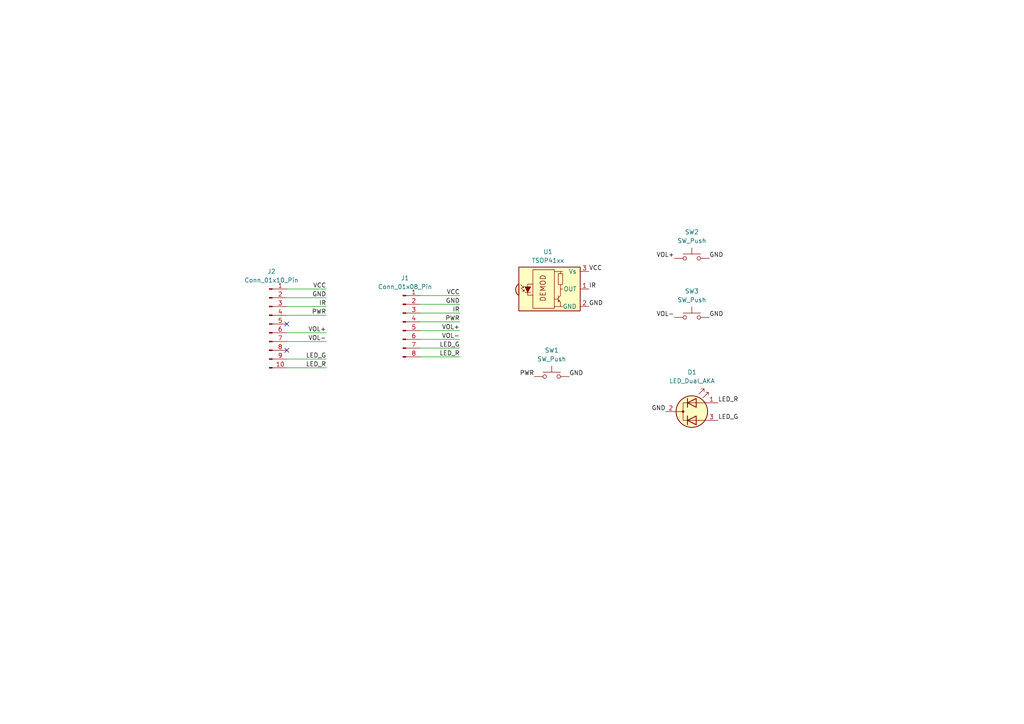
<source format=kicad_sch>
(kicad_sch (version 20230121) (generator eeschema)

  (uuid b5863f31-6f7b-4c29-b599-b5d0a2d2545c)

  (paper "A4")

  (title_block
    (title "IPAD OSD Control Board")
    (rev "1")
  )

  (lib_symbols
    (symbol "Connector:Conn_01x08_Pin" (pin_names (offset 1.016) hide) (in_bom yes) (on_board yes)
      (property "Reference" "J" (at 0 10.16 0)
        (effects (font (size 1.27 1.27)))
      )
      (property "Value" "Conn_01x08_Pin" (at 0 -12.7 0)
        (effects (font (size 1.27 1.27)))
      )
      (property "Footprint" "" (at 0 0 0)
        (effects (font (size 1.27 1.27)) hide)
      )
      (property "Datasheet" "~" (at 0 0 0)
        (effects (font (size 1.27 1.27)) hide)
      )
      (property "ki_locked" "" (at 0 0 0)
        (effects (font (size 1.27 1.27)))
      )
      (property "ki_keywords" "connector" (at 0 0 0)
        (effects (font (size 1.27 1.27)) hide)
      )
      (property "ki_description" "Generic connector, single row, 01x08, script generated" (at 0 0 0)
        (effects (font (size 1.27 1.27)) hide)
      )
      (property "ki_fp_filters" "Connector*:*_1x??_*" (at 0 0 0)
        (effects (font (size 1.27 1.27)) hide)
      )
      (symbol "Conn_01x08_Pin_1_1"
        (polyline
          (pts
            (xy 1.27 -10.16)
            (xy 0.8636 -10.16)
          )
          (stroke (width 0.1524) (type default))
          (fill (type none))
        )
        (polyline
          (pts
            (xy 1.27 -7.62)
            (xy 0.8636 -7.62)
          )
          (stroke (width 0.1524) (type default))
          (fill (type none))
        )
        (polyline
          (pts
            (xy 1.27 -5.08)
            (xy 0.8636 -5.08)
          )
          (stroke (width 0.1524) (type default))
          (fill (type none))
        )
        (polyline
          (pts
            (xy 1.27 -2.54)
            (xy 0.8636 -2.54)
          )
          (stroke (width 0.1524) (type default))
          (fill (type none))
        )
        (polyline
          (pts
            (xy 1.27 0)
            (xy 0.8636 0)
          )
          (stroke (width 0.1524) (type default))
          (fill (type none))
        )
        (polyline
          (pts
            (xy 1.27 2.54)
            (xy 0.8636 2.54)
          )
          (stroke (width 0.1524) (type default))
          (fill (type none))
        )
        (polyline
          (pts
            (xy 1.27 5.08)
            (xy 0.8636 5.08)
          )
          (stroke (width 0.1524) (type default))
          (fill (type none))
        )
        (polyline
          (pts
            (xy 1.27 7.62)
            (xy 0.8636 7.62)
          )
          (stroke (width 0.1524) (type default))
          (fill (type none))
        )
        (rectangle (start 0.8636 -10.033) (end 0 -10.287)
          (stroke (width 0.1524) (type default))
          (fill (type outline))
        )
        (rectangle (start 0.8636 -7.493) (end 0 -7.747)
          (stroke (width 0.1524) (type default))
          (fill (type outline))
        )
        (rectangle (start 0.8636 -4.953) (end 0 -5.207)
          (stroke (width 0.1524) (type default))
          (fill (type outline))
        )
        (rectangle (start 0.8636 -2.413) (end 0 -2.667)
          (stroke (width 0.1524) (type default))
          (fill (type outline))
        )
        (rectangle (start 0.8636 0.127) (end 0 -0.127)
          (stroke (width 0.1524) (type default))
          (fill (type outline))
        )
        (rectangle (start 0.8636 2.667) (end 0 2.413)
          (stroke (width 0.1524) (type default))
          (fill (type outline))
        )
        (rectangle (start 0.8636 5.207) (end 0 4.953)
          (stroke (width 0.1524) (type default))
          (fill (type outline))
        )
        (rectangle (start 0.8636 7.747) (end 0 7.493)
          (stroke (width 0.1524) (type default))
          (fill (type outline))
        )
        (pin passive line (at 5.08 7.62 180) (length 3.81)
          (name "Pin_1" (effects (font (size 1.27 1.27))))
          (number "1" (effects (font (size 1.27 1.27))))
        )
        (pin passive line (at 5.08 5.08 180) (length 3.81)
          (name "Pin_2" (effects (font (size 1.27 1.27))))
          (number "2" (effects (font (size 1.27 1.27))))
        )
        (pin passive line (at 5.08 2.54 180) (length 3.81)
          (name "Pin_3" (effects (font (size 1.27 1.27))))
          (number "3" (effects (font (size 1.27 1.27))))
        )
        (pin passive line (at 5.08 0 180) (length 3.81)
          (name "Pin_4" (effects (font (size 1.27 1.27))))
          (number "4" (effects (font (size 1.27 1.27))))
        )
        (pin passive line (at 5.08 -2.54 180) (length 3.81)
          (name "Pin_5" (effects (font (size 1.27 1.27))))
          (number "5" (effects (font (size 1.27 1.27))))
        )
        (pin passive line (at 5.08 -5.08 180) (length 3.81)
          (name "Pin_6" (effects (font (size 1.27 1.27))))
          (number "6" (effects (font (size 1.27 1.27))))
        )
        (pin passive line (at 5.08 -7.62 180) (length 3.81)
          (name "Pin_7" (effects (font (size 1.27 1.27))))
          (number "7" (effects (font (size 1.27 1.27))))
        )
        (pin passive line (at 5.08 -10.16 180) (length 3.81)
          (name "Pin_8" (effects (font (size 1.27 1.27))))
          (number "8" (effects (font (size 1.27 1.27))))
        )
      )
    )
    (symbol "Connector:Conn_01x10_Pin" (pin_names (offset 1.016) hide) (in_bom yes) (on_board yes)
      (property "Reference" "J" (at 0 12.7 0)
        (effects (font (size 1.27 1.27)))
      )
      (property "Value" "Conn_01x10_Pin" (at 0 -15.24 0)
        (effects (font (size 1.27 1.27)))
      )
      (property "Footprint" "" (at 0 0 0)
        (effects (font (size 1.27 1.27)) hide)
      )
      (property "Datasheet" "~" (at 0 0 0)
        (effects (font (size 1.27 1.27)) hide)
      )
      (property "ki_locked" "" (at 0 0 0)
        (effects (font (size 1.27 1.27)))
      )
      (property "ki_keywords" "connector" (at 0 0 0)
        (effects (font (size 1.27 1.27)) hide)
      )
      (property "ki_description" "Generic connector, single row, 01x10, script generated" (at 0 0 0)
        (effects (font (size 1.27 1.27)) hide)
      )
      (property "ki_fp_filters" "Connector*:*_1x??_*" (at 0 0 0)
        (effects (font (size 1.27 1.27)) hide)
      )
      (symbol "Conn_01x10_Pin_1_1"
        (polyline
          (pts
            (xy 1.27 -12.7)
            (xy 0.8636 -12.7)
          )
          (stroke (width 0.1524) (type default))
          (fill (type none))
        )
        (polyline
          (pts
            (xy 1.27 -10.16)
            (xy 0.8636 -10.16)
          )
          (stroke (width 0.1524) (type default))
          (fill (type none))
        )
        (polyline
          (pts
            (xy 1.27 -7.62)
            (xy 0.8636 -7.62)
          )
          (stroke (width 0.1524) (type default))
          (fill (type none))
        )
        (polyline
          (pts
            (xy 1.27 -5.08)
            (xy 0.8636 -5.08)
          )
          (stroke (width 0.1524) (type default))
          (fill (type none))
        )
        (polyline
          (pts
            (xy 1.27 -2.54)
            (xy 0.8636 -2.54)
          )
          (stroke (width 0.1524) (type default))
          (fill (type none))
        )
        (polyline
          (pts
            (xy 1.27 0)
            (xy 0.8636 0)
          )
          (stroke (width 0.1524) (type default))
          (fill (type none))
        )
        (polyline
          (pts
            (xy 1.27 2.54)
            (xy 0.8636 2.54)
          )
          (stroke (width 0.1524) (type default))
          (fill (type none))
        )
        (polyline
          (pts
            (xy 1.27 5.08)
            (xy 0.8636 5.08)
          )
          (stroke (width 0.1524) (type default))
          (fill (type none))
        )
        (polyline
          (pts
            (xy 1.27 7.62)
            (xy 0.8636 7.62)
          )
          (stroke (width 0.1524) (type default))
          (fill (type none))
        )
        (polyline
          (pts
            (xy 1.27 10.16)
            (xy 0.8636 10.16)
          )
          (stroke (width 0.1524) (type default))
          (fill (type none))
        )
        (rectangle (start 0.8636 -12.573) (end 0 -12.827)
          (stroke (width 0.1524) (type default))
          (fill (type outline))
        )
        (rectangle (start 0.8636 -10.033) (end 0 -10.287)
          (stroke (width 0.1524) (type default))
          (fill (type outline))
        )
        (rectangle (start 0.8636 -7.493) (end 0 -7.747)
          (stroke (width 0.1524) (type default))
          (fill (type outline))
        )
        (rectangle (start 0.8636 -4.953) (end 0 -5.207)
          (stroke (width 0.1524) (type default))
          (fill (type outline))
        )
        (rectangle (start 0.8636 -2.413) (end 0 -2.667)
          (stroke (width 0.1524) (type default))
          (fill (type outline))
        )
        (rectangle (start 0.8636 0.127) (end 0 -0.127)
          (stroke (width 0.1524) (type default))
          (fill (type outline))
        )
        (rectangle (start 0.8636 2.667) (end 0 2.413)
          (stroke (width 0.1524) (type default))
          (fill (type outline))
        )
        (rectangle (start 0.8636 5.207) (end 0 4.953)
          (stroke (width 0.1524) (type default))
          (fill (type outline))
        )
        (rectangle (start 0.8636 7.747) (end 0 7.493)
          (stroke (width 0.1524) (type default))
          (fill (type outline))
        )
        (rectangle (start 0.8636 10.287) (end 0 10.033)
          (stroke (width 0.1524) (type default))
          (fill (type outline))
        )
        (pin passive line (at 5.08 10.16 180) (length 3.81)
          (name "Pin_1" (effects (font (size 1.27 1.27))))
          (number "1" (effects (font (size 1.27 1.27))))
        )
        (pin passive line (at 5.08 -12.7 180) (length 3.81)
          (name "Pin_10" (effects (font (size 1.27 1.27))))
          (number "10" (effects (font (size 1.27 1.27))))
        )
        (pin passive line (at 5.08 7.62 180) (length 3.81)
          (name "Pin_2" (effects (font (size 1.27 1.27))))
          (number "2" (effects (font (size 1.27 1.27))))
        )
        (pin passive line (at 5.08 5.08 180) (length 3.81)
          (name "Pin_3" (effects (font (size 1.27 1.27))))
          (number "3" (effects (font (size 1.27 1.27))))
        )
        (pin passive line (at 5.08 2.54 180) (length 3.81)
          (name "Pin_4" (effects (font (size 1.27 1.27))))
          (number "4" (effects (font (size 1.27 1.27))))
        )
        (pin passive line (at 5.08 0 180) (length 3.81)
          (name "Pin_5" (effects (font (size 1.27 1.27))))
          (number "5" (effects (font (size 1.27 1.27))))
        )
        (pin passive line (at 5.08 -2.54 180) (length 3.81)
          (name "Pin_6" (effects (font (size 1.27 1.27))))
          (number "6" (effects (font (size 1.27 1.27))))
        )
        (pin passive line (at 5.08 -5.08 180) (length 3.81)
          (name "Pin_7" (effects (font (size 1.27 1.27))))
          (number "7" (effects (font (size 1.27 1.27))))
        )
        (pin passive line (at 5.08 -7.62 180) (length 3.81)
          (name "Pin_8" (effects (font (size 1.27 1.27))))
          (number "8" (effects (font (size 1.27 1.27))))
        )
        (pin passive line (at 5.08 -10.16 180) (length 3.81)
          (name "Pin_9" (effects (font (size 1.27 1.27))))
          (number "9" (effects (font (size 1.27 1.27))))
        )
      )
    )
    (symbol "Device:LED_Dual_AKA" (pin_names (offset 0) hide) (in_bom yes) (on_board yes)
      (property "Reference" "D" (at 0 5.715 0)
        (effects (font (size 1.27 1.27)))
      )
      (property "Value" "LED_Dual_AKA" (at 0 -6.35 0)
        (effects (font (size 1.27 1.27)))
      )
      (property "Footprint" "" (at 0 0 0)
        (effects (font (size 1.27 1.27)) hide)
      )
      (property "Datasheet" "~" (at 0 0 0)
        (effects (font (size 1.27 1.27)) hide)
      )
      (property "ki_keywords" "LED diode bicolor dual" (at 0 0 0)
        (effects (font (size 1.27 1.27)) hide)
      )
      (property "ki_description" "Dual LED, common cathode on pin 2" (at 0 0 0)
        (effects (font (size 1.27 1.27)) hide)
      )
      (property "ki_fp_filters" "LED* LED_SMD:* LED_THT:*" (at 0 0 0)
        (effects (font (size 1.27 1.27)) hide)
      )
      (symbol "LED_Dual_AKA_0_1"
        (circle (center -2.54 0) (radius 0.2794)
          (stroke (width 0) (type default))
          (fill (type outline))
        )
        (polyline
          (pts
            (xy -4.572 0)
            (xy -2.54 0)
          )
          (stroke (width 0) (type default))
          (fill (type none))
        )
        (polyline
          (pts
            (xy -1.27 -1.27)
            (xy -1.27 -3.81)
          )
          (stroke (width 0.254) (type default))
          (fill (type none))
        )
        (polyline
          (pts
            (xy -1.27 1.27)
            (xy -1.27 3.81)
          )
          (stroke (width 0.254) (type default))
          (fill (type none))
        )
        (polyline
          (pts
            (xy 3.81 -2.54)
            (xy 1.905 -2.54)
          )
          (stroke (width 0) (type default))
          (fill (type none))
        )
        (polyline
          (pts
            (xy 3.81 2.54)
            (xy 1.905 2.54)
          )
          (stroke (width 0) (type default))
          (fill (type none))
        )
        (polyline
          (pts
            (xy 1.27 -3.81)
            (xy 1.27 -1.27)
            (xy -1.27 -2.54)
            (xy 1.27 -3.81)
          )
          (stroke (width 0.254) (type default))
          (fill (type none))
        )
        (polyline
          (pts
            (xy 1.27 1.27)
            (xy 1.27 3.81)
            (xy -1.27 2.54)
            (xy 1.27 1.27)
          )
          (stroke (width 0.254) (type default))
          (fill (type none))
        )
        (polyline
          (pts
            (xy 2.032 2.54)
            (xy -2.54 2.54)
            (xy -2.54 -2.54)
            (xy 2.032 -2.54)
          )
          (stroke (width 0) (type default))
          (fill (type none))
        )
        (polyline
          (pts
            (xy 2.032 5.08)
            (xy 3.556 6.604)
            (xy 2.794 6.604)
            (xy 3.556 6.604)
            (xy 3.556 5.842)
          )
          (stroke (width 0) (type default))
          (fill (type none))
        )
        (polyline
          (pts
            (xy 3.302 4.064)
            (xy 4.826 5.588)
            (xy 4.064 5.588)
            (xy 4.826 5.588)
            (xy 4.826 4.826)
          )
          (stroke (width 0) (type default))
          (fill (type none))
        )
        (circle (center 0 0) (radius 4.572)
          (stroke (width 0.254) (type default))
          (fill (type background))
        )
      )
      (symbol "LED_Dual_AKA_1_1"
        (pin input line (at 7.62 2.54 180) (length 3.81)
          (name "A1" (effects (font (size 1.27 1.27))))
          (number "1" (effects (font (size 1.27 1.27))))
        )
        (pin input line (at -7.62 0 0) (length 3.048)
          (name "K" (effects (font (size 1.27 1.27))))
          (number "2" (effects (font (size 1.27 1.27))))
        )
        (pin input line (at 7.62 -2.54 180) (length 3.81)
          (name "A2" (effects (font (size 1.27 1.27))))
          (number "3" (effects (font (size 1.27 1.27))))
        )
      )
    )
    (symbol "Interface_Optical:TSOP41xx" (pin_names (offset 1.016)) (in_bom yes) (on_board yes)
      (property "Reference" "U" (at -10.16 7.62 0)
        (effects (font (size 1.27 1.27)) (justify left))
      )
      (property "Value" "TSOP41xx" (at -10.16 -7.62 0)
        (effects (font (size 1.27 1.27)) (justify left))
      )
      (property "Footprint" "OptoDevice:Vishay_MOLD-3Pin" (at -1.27 -9.525 0)
        (effects (font (size 1.27 1.27)) hide)
      )
      (property "Datasheet" "http://www.vishay.com/docs/82460/tsop45.pdf" (at 16.51 7.62 0)
        (effects (font (size 1.27 1.27)) hide)
      )
      (property "ki_keywords" "opto IR receiver" (at 0 0 0)
        (effects (font (size 1.27 1.27)) hide)
      )
      (property "ki_description" "IR Receiver Modules for Remote Control Systems" (at 0 0 0)
        (effects (font (size 1.27 1.27)) hide)
      )
      (property "ki_fp_filters" "Vishay*MOLD*" (at 0 0 0)
        (effects (font (size 1.27 1.27)) hide)
      )
      (symbol "TSOP41xx_0_0"
        (arc (start -10.287 1.397) (mid -11.0899 -0.1852) (end -10.287 -1.778)
          (stroke (width 0.254) (type default))
          (fill (type background))
        )
        (polyline
          (pts
            (xy 1.905 -5.08)
            (xy 0.127 -5.08)
          )
          (stroke (width 0) (type default))
          (fill (type none))
        )
        (polyline
          (pts
            (xy 1.905 5.08)
            (xy 0.127 5.08)
          )
          (stroke (width 0) (type default))
          (fill (type none))
        )
        (text "DEMOD" (at -3.175 0.254 900)
          (effects (font (size 1.524 1.524)))
        )
      )
      (symbol "TSOP41xx_0_1"
        (rectangle (start -6.096 5.588) (end 0.127 -5.588)
          (stroke (width 0) (type default))
          (fill (type none))
        )
        (polyline
          (pts
            (xy -8.763 0.381)
            (xy -9.652 1.27)
          )
          (stroke (width 0) (type default))
          (fill (type none))
        )
        (polyline
          (pts
            (xy -8.763 0.381)
            (xy -9.271 0.381)
          )
          (stroke (width 0) (type default))
          (fill (type none))
        )
        (polyline
          (pts
            (xy -8.763 0.381)
            (xy -8.763 0.889)
          )
          (stroke (width 0) (type default))
          (fill (type none))
        )
        (polyline
          (pts
            (xy -8.636 -0.635)
            (xy -9.525 0.254)
          )
          (stroke (width 0) (type default))
          (fill (type none))
        )
        (polyline
          (pts
            (xy -8.636 -0.635)
            (xy -9.144 -0.635)
          )
          (stroke (width 0) (type default))
          (fill (type none))
        )
        (polyline
          (pts
            (xy -8.636 -0.635)
            (xy -8.636 -0.127)
          )
          (stroke (width 0) (type default))
          (fill (type none))
        )
        (polyline
          (pts
            (xy -8.382 -1.016)
            (xy -6.731 -1.016)
          )
          (stroke (width 0) (type default))
          (fill (type none))
        )
        (polyline
          (pts
            (xy 1.27 -2.921)
            (xy 0.127 -2.921)
          )
          (stroke (width 0) (type default))
          (fill (type none))
        )
        (polyline
          (pts
            (xy 1.27 -1.905)
            (xy 1.27 -3.81)
          )
          (stroke (width 0) (type default))
          (fill (type none))
        )
        (polyline
          (pts
            (xy 1.397 -3.556)
            (xy 1.524 -3.556)
          )
          (stroke (width 0) (type default))
          (fill (type none))
        )
        (polyline
          (pts
            (xy 1.651 -3.556)
            (xy 1.524 -3.556)
          )
          (stroke (width 0) (type default))
          (fill (type none))
        )
        (polyline
          (pts
            (xy 1.651 -3.556)
            (xy 1.651 -3.302)
          )
          (stroke (width 0) (type default))
          (fill (type none))
        )
        (polyline
          (pts
            (xy 1.905 0)
            (xy 1.905 1.27)
          )
          (stroke (width 0) (type default))
          (fill (type none))
        )
        (polyline
          (pts
            (xy 1.905 4.445)
            (xy 1.905 5.08)
            (xy 2.54 5.08)
          )
          (stroke (width 0) (type default))
          (fill (type none))
        )
        (polyline
          (pts
            (xy -8.382 0.635)
            (xy -6.731 0.635)
            (xy -7.62 -1.016)
            (xy -8.382 0.635)
          )
          (stroke (width 0) (type default))
          (fill (type outline))
        )
        (polyline
          (pts
            (xy -6.096 1.397)
            (xy -7.62 1.397)
            (xy -7.62 -1.778)
            (xy -6.096 -1.778)
          )
          (stroke (width 0) (type default))
          (fill (type none))
        )
        (polyline
          (pts
            (xy 1.27 -3.175)
            (xy 1.905 -3.81)
            (xy 1.905 -5.08)
            (xy 2.54 -5.08)
          )
          (stroke (width 0) (type default))
          (fill (type none))
        )
        (polyline
          (pts
            (xy 1.27 -2.54)
            (xy 1.905 -1.905)
            (xy 1.905 0)
            (xy 2.54 0)
          )
          (stroke (width 0) (type default))
          (fill (type none))
        )
        (rectangle (start 2.54 1.27) (end 1.27 4.445)
          (stroke (width 0) (type default))
          (fill (type none))
        )
        (rectangle (start 7.62 6.35) (end -10.16 -6.35)
          (stroke (width 0.254) (type default))
          (fill (type background))
        )
      )
      (symbol "TSOP41xx_1_1"
        (pin output line (at 10.16 0 180) (length 2.54)
          (name "OUT" (effects (font (size 1.27 1.27))))
          (number "1" (effects (font (size 1.27 1.27))))
        )
        (pin power_in line (at 10.16 -5.08 180) (length 2.54)
          (name "GND" (effects (font (size 1.27 1.27))))
          (number "2" (effects (font (size 1.27 1.27))))
        )
        (pin power_in line (at 10.16 5.08 180) (length 2.54)
          (name "Vs" (effects (font (size 1.27 1.27))))
          (number "3" (effects (font (size 1.27 1.27))))
        )
      )
    )
    (symbol "Switch:SW_Push" (pin_numbers hide) (pin_names (offset 1.016) hide) (in_bom yes) (on_board yes)
      (property "Reference" "SW" (at 1.27 2.54 0)
        (effects (font (size 1.27 1.27)) (justify left))
      )
      (property "Value" "SW_Push" (at 0 -1.524 0)
        (effects (font (size 1.27 1.27)))
      )
      (property "Footprint" "" (at 0 5.08 0)
        (effects (font (size 1.27 1.27)) hide)
      )
      (property "Datasheet" "~" (at 0 5.08 0)
        (effects (font (size 1.27 1.27)) hide)
      )
      (property "ki_keywords" "switch normally-open pushbutton push-button" (at 0 0 0)
        (effects (font (size 1.27 1.27)) hide)
      )
      (property "ki_description" "Push button switch, generic, two pins" (at 0 0 0)
        (effects (font (size 1.27 1.27)) hide)
      )
      (symbol "SW_Push_0_1"
        (circle (center -2.032 0) (radius 0.508)
          (stroke (width 0) (type default))
          (fill (type none))
        )
        (polyline
          (pts
            (xy 0 1.27)
            (xy 0 3.048)
          )
          (stroke (width 0) (type default))
          (fill (type none))
        )
        (polyline
          (pts
            (xy 2.54 1.27)
            (xy -2.54 1.27)
          )
          (stroke (width 0) (type default))
          (fill (type none))
        )
        (circle (center 2.032 0) (radius 0.508)
          (stroke (width 0) (type default))
          (fill (type none))
        )
        (pin passive line (at -5.08 0 0) (length 2.54)
          (name "1" (effects (font (size 1.27 1.27))))
          (number "1" (effects (font (size 1.27 1.27))))
        )
        (pin passive line (at 5.08 0 180) (length 2.54)
          (name "2" (effects (font (size 1.27 1.27))))
          (number "2" (effects (font (size 1.27 1.27))))
        )
      )
    )
  )


  (no_connect (at 83.185 93.98) (uuid 13f49e2b-c84b-4848-a31c-19070c97544a))
  (no_connect (at 83.185 101.6) (uuid d10c9693-c07b-474e-8091-f8267732f638))

  (wire (pts (xy 121.92 90.805) (xy 133.35 90.805))
    (stroke (width 0) (type default))
    (uuid 04346086-cae5-4d4a-8776-6b37272b9c36)
  )
  (wire (pts (xy 121.92 100.965) (xy 133.35 100.965))
    (stroke (width 0) (type default))
    (uuid 0ab25b1c-f7cc-4001-92f5-006111e6dbd0)
  )
  (wire (pts (xy 121.92 93.345) (xy 133.35 93.345))
    (stroke (width 0) (type default))
    (uuid 28f5b853-2c96-4683-80c9-66a1c10662b6)
  )
  (wire (pts (xy 83.185 91.44) (xy 94.615 91.44))
    (stroke (width 0) (type default))
    (uuid 39fb83e4-a514-4fc9-b3c6-d518193eb779)
  )
  (wire (pts (xy 121.92 95.885) (xy 133.35 95.885))
    (stroke (width 0) (type default))
    (uuid 672abc84-3b96-49cb-ba3d-9b6af4807a99)
  )
  (wire (pts (xy 83.185 104.14) (xy 94.615 104.14))
    (stroke (width 0) (type default))
    (uuid 78f9e845-ef29-42b1-8dec-432c9d3b65b3)
  )
  (wire (pts (xy 121.92 85.725) (xy 133.35 85.725))
    (stroke (width 0) (type default))
    (uuid 87428a76-83b6-4d8c-b976-26544c8fc16d)
  )
  (wire (pts (xy 83.185 99.06) (xy 94.615 99.06))
    (stroke (width 0) (type default))
    (uuid 8b9c1708-e3d4-4892-ad9d-8542a74f3614)
  )
  (wire (pts (xy 83.185 96.52) (xy 94.615 96.52))
    (stroke (width 0) (type default))
    (uuid 8d7b223a-cf98-4242-873d-e2913bb9c8f2)
  )
  (wire (pts (xy 83.185 86.36) (xy 94.615 86.36))
    (stroke (width 0) (type default))
    (uuid b58448a4-676e-4228-a11a-20a4613728a9)
  )
  (wire (pts (xy 121.92 98.425) (xy 133.35 98.425))
    (stroke (width 0) (type default))
    (uuid bbf244b8-f412-4a91-8a23-25fd009dfce0)
  )
  (wire (pts (xy 121.92 103.505) (xy 133.35 103.505))
    (stroke (width 0) (type default))
    (uuid c1a81ec7-86f6-4029-8ef0-f3ea470694cc)
  )
  (wire (pts (xy 83.185 88.9) (xy 94.615 88.9))
    (stroke (width 0) (type default))
    (uuid c25d5814-5d94-4176-9e9a-b286a36a9ec7)
  )
  (wire (pts (xy 83.185 106.68) (xy 94.615 106.68))
    (stroke (width 0) (type default))
    (uuid d000ca4a-f6bb-4da6-aa9b-b5e273f22445)
  )
  (wire (pts (xy 83.185 83.82) (xy 94.615 83.82))
    (stroke (width 0) (type default))
    (uuid df20d61f-c81b-4a4c-99c7-47259a42a185)
  )
  (wire (pts (xy 121.92 88.265) (xy 133.35 88.265))
    (stroke (width 0) (type default))
    (uuid eeea9e2a-200b-443d-b83c-e24d19722cef)
  )

  (label "VOL-" (at 94.615 99.06 180) (fields_autoplaced)
    (effects (font (size 1.27 1.27)) (justify right bottom))
    (uuid 02d51c53-8b01-4a23-874d-cac02fa5e426)
  )
  (label "GND" (at 205.74 92.075 0) (fields_autoplaced)
    (effects (font (size 1.27 1.27)) (justify left bottom))
    (uuid 09de3330-cc5b-4bac-9021-3f678f999dee)
  )
  (label "LED_R" (at 94.615 106.68 180) (fields_autoplaced)
    (effects (font (size 1.27 1.27)) (justify right bottom))
    (uuid 0bbdb147-50eb-48b8-9a4f-02031bb75296)
  )
  (label "VOL+" (at 94.615 96.52 180) (fields_autoplaced)
    (effects (font (size 1.27 1.27)) (justify right bottom))
    (uuid 0e3708b1-87c0-492d-ae8b-047f04d5f995)
  )
  (label "IR" (at 170.815 83.82 0) (fields_autoplaced)
    (effects (font (size 1.27 1.27)) (justify left bottom))
    (uuid 0ffdaf09-2eec-4085-a907-676d041799c7)
  )
  (label "IR" (at 133.35 90.805 180) (fields_autoplaced)
    (effects (font (size 1.27 1.27)) (justify right bottom))
    (uuid 10b49ca4-2dce-476b-b1e7-267f9a6fdaa6)
  )
  (label "LED_G" (at 208.28 121.92 0) (fields_autoplaced)
    (effects (font (size 1.27 1.27)) (justify left bottom))
    (uuid 17040942-7de9-4049-8370-800452ddde73)
  )
  (label "GND" (at 193.04 119.38 180) (fields_autoplaced)
    (effects (font (size 1.27 1.27)) (justify right bottom))
    (uuid 2651a7a2-c266-4cb0-9668-b3dae41d1855)
  )
  (label "VOL+" (at 195.58 74.93 180) (fields_autoplaced)
    (effects (font (size 1.27 1.27)) (justify right bottom))
    (uuid 2b01b1ea-0059-497b-9cc0-864cb8ff4893)
  )
  (label "LED_R" (at 208.28 116.84 0) (fields_autoplaced)
    (effects (font (size 1.27 1.27)) (justify left bottom))
    (uuid 2e0f3cb6-b73b-4b9c-9596-025e0638e6c8)
  )
  (label "IR" (at 94.615 88.9 180) (fields_autoplaced)
    (effects (font (size 1.27 1.27)) (justify right bottom))
    (uuid 3bf75a8a-f39d-49a7-a86e-075327021a23)
  )
  (label "VOL-" (at 195.58 92.075 180) (fields_autoplaced)
    (effects (font (size 1.27 1.27)) (justify right bottom))
    (uuid 3c6534d6-f0fa-48d5-ad7f-63c4eec5600a)
  )
  (label "GND" (at 165.1 109.22 0) (fields_autoplaced)
    (effects (font (size 1.27 1.27)) (justify left bottom))
    (uuid 45542246-677c-4f78-aa13-9f3c02edc829)
  )
  (label "PWR" (at 154.94 109.22 180) (fields_autoplaced)
    (effects (font (size 1.27 1.27)) (justify right bottom))
    (uuid 465130d7-511e-462f-ac9a-6f876c1dfca9)
  )
  (label "VCC" (at 94.615 83.82 180) (fields_autoplaced)
    (effects (font (size 1.27 1.27)) (justify right bottom))
    (uuid 49eb0b6e-f8bf-41aa-b4ea-a8e2ca347060)
  )
  (label "LED_G" (at 133.35 100.965 180) (fields_autoplaced)
    (effects (font (size 1.27 1.27)) (justify right bottom))
    (uuid 5ee499e7-ac82-44cb-b947-65154c8c250e)
  )
  (label "LED_R" (at 133.35 103.505 180) (fields_autoplaced)
    (effects (font (size 1.27 1.27)) (justify right bottom))
    (uuid 5ef2cca4-9ebf-4cf2-a6dc-8ab82b01cb56)
  )
  (label "LED_G" (at 94.615 104.14 180) (fields_autoplaced)
    (effects (font (size 1.27 1.27)) (justify right bottom))
    (uuid 654ae0c2-ecb0-466e-a25d-358d98f457d9)
  )
  (label "GND" (at 205.74 74.93 0) (fields_autoplaced)
    (effects (font (size 1.27 1.27)) (justify left bottom))
    (uuid 676b3ca6-ee6c-4184-a6a4-68f62bb5032a)
  )
  (label "GND" (at 94.615 86.36 180) (fields_autoplaced)
    (effects (font (size 1.27 1.27)) (justify right bottom))
    (uuid 707b99be-f8e2-4a65-a9b8-7ca21e1368bf)
  )
  (label "PWR" (at 133.35 93.345 180) (fields_autoplaced)
    (effects (font (size 1.27 1.27)) (justify right bottom))
    (uuid 7318a835-5f2c-402a-a83a-e478258be199)
  )
  (label "GND" (at 170.815 88.9 0) (fields_autoplaced)
    (effects (font (size 1.27 1.27)) (justify left bottom))
    (uuid 894bf4e6-7dcf-46fd-bd11-9d6dee825fa7)
  )
  (label "VOL-" (at 133.35 98.425 180) (fields_autoplaced)
    (effects (font (size 1.27 1.27)) (justify right bottom))
    (uuid 9c8307d2-868e-478d-9798-3bccc1ac7874)
  )
  (label "PWR" (at 94.615 91.44 180) (fields_autoplaced)
    (effects (font (size 1.27 1.27)) (justify right bottom))
    (uuid a9368e87-c830-43d2-94a8-6484c220bc22)
  )
  (label "VCC" (at 170.815 78.74 0) (fields_autoplaced)
    (effects (font (size 1.27 1.27)) (justify left bottom))
    (uuid b18747e2-6187-4301-8cb4-d3644a83724f)
  )
  (label "GND" (at 133.35 88.265 180) (fields_autoplaced)
    (effects (font (size 1.27 1.27)) (justify right bottom))
    (uuid bd4a1d48-7d50-4aea-8bde-d7ba9a4ba9b0)
  )
  (label "VOL+" (at 133.35 95.885 180) (fields_autoplaced)
    (effects (font (size 1.27 1.27)) (justify right bottom))
    (uuid c7e75c0c-879a-424c-95bb-6e7c2b99c885)
  )
  (label "VCC" (at 133.35 85.725 180) (fields_autoplaced)
    (effects (font (size 1.27 1.27)) (justify right bottom))
    (uuid f36c60e0-1687-4d57-b7d3-b4ae18bd025c)
  )

  (symbol (lib_id "Switch:SW_Push") (at 200.66 74.93 0) (unit 1)
    (in_bom yes) (on_board yes) (dnp no) (fields_autoplaced)
    (uuid 05eb197d-1eb4-4360-8e00-7dd49b45b38d)
    (property "Reference" "SW2" (at 200.66 67.31 0)
      (effects (font (size 1.27 1.27)))
    )
    (property "Value" "SW_Push" (at 200.66 69.85 0)
      (effects (font (size 1.27 1.27)))
    )
    (property "Footprint" "Button_Switch_THT:SW_PUSH_6mm" (at 200.66 69.85 0)
      (effects (font (size 1.27 1.27)) hide)
    )
    (property "Datasheet" "~" (at 200.66 69.85 0)
      (effects (font (size 1.27 1.27)) hide)
    )
    (pin "1" (uuid fa55d9bc-09c9-4e2d-991a-2c9b302abb46))
    (pin "2" (uuid 9343db57-fe05-4c0a-9cd3-d183158c2462))
    (instances
      (project "ipad_osd_control"
        (path "/b5863f31-6f7b-4c29-b599-b5d0a2d2545c"
          (reference "SW2") (unit 1)
        )
      )
    )
  )

  (symbol (lib_id "Switch:SW_Push") (at 160.02 109.22 0) (unit 1)
    (in_bom yes) (on_board yes) (dnp no) (fields_autoplaced)
    (uuid 0e6dacf0-daf1-4d7b-ae4c-b1a60a2a47af)
    (property "Reference" "SW1" (at 160.02 101.6 0)
      (effects (font (size 1.27 1.27)))
    )
    (property "Value" "SW_Push" (at 160.02 104.14 0)
      (effects (font (size 1.27 1.27)))
    )
    (property "Footprint" "Button_Switch_THT:SW_PUSH_6mm" (at 160.02 104.14 0)
      (effects (font (size 1.27 1.27)) hide)
    )
    (property "Datasheet" "~" (at 160.02 104.14 0)
      (effects (font (size 1.27 1.27)) hide)
    )
    (pin "1" (uuid aa02dfed-8ea3-40bc-ad4c-6c7f19c232fd))
    (pin "2" (uuid 3842596b-f067-4cd3-ad91-87376aa1cddb))
    (instances
      (project "ipad_osd_control"
        (path "/b5863f31-6f7b-4c29-b599-b5d0a2d2545c"
          (reference "SW1") (unit 1)
        )
      )
    )
  )

  (symbol (lib_id "Connector:Conn_01x08_Pin") (at 116.84 93.345 0) (unit 1)
    (in_bom yes) (on_board yes) (dnp no)
    (uuid 490a3ead-1f29-4bdb-b87b-6e505a2802da)
    (property "Reference" "J1" (at 117.475 80.645 0)
      (effects (font (size 1.27 1.27)))
    )
    (property "Value" "Conn_01x08_Pin" (at 117.475 83.185 0)
      (effects (font (size 1.27 1.27)))
    )
    (property "Footprint" "Connector_Molex:Molex_PicoBlade_53047-0810_1x08_P1.25mm_Vertical" (at 116.84 93.345 0)
      (effects (font (size 1.27 1.27)) hide)
    )
    (property "Datasheet" "~" (at 116.84 93.345 0)
      (effects (font (size 1.27 1.27)) hide)
    )
    (pin "1" (uuid 34915bb4-95d8-41f2-ad4f-79966e03586f))
    (pin "2" (uuid 77fcfff9-d9b3-436e-99ee-5fbf0929a026))
    (pin "3" (uuid efc4bc10-9e34-4e96-b892-e8319c4371ed))
    (pin "4" (uuid 7d641fe7-7ad8-459d-9bf9-e24b4b50eb63))
    (pin "5" (uuid 2db8d2f8-d457-4036-ace8-739bd74cfe9b))
    (pin "6" (uuid 430e0041-dc99-487d-94b3-cfe8f1fdf981))
    (pin "7" (uuid 0a73c8b8-8794-492b-b8d5-6d2c92d53f38))
    (pin "8" (uuid 22ad3bb1-a311-4dfe-972a-da0018c0c6c7))
    (instances
      (project "ipad_osd_control"
        (path "/b5863f31-6f7b-4c29-b599-b5d0a2d2545c"
          (reference "J1") (unit 1)
        )
      )
    )
  )

  (symbol (lib_id "Device:LED_Dual_AKA") (at 200.66 119.38 0) (unit 1)
    (in_bom yes) (on_board yes) (dnp no) (fields_autoplaced)
    (uuid 6f9fbff2-0fd3-4a7d-ab3a-24da71e76480)
    (property "Reference" "D1" (at 200.7235 107.95 0)
      (effects (font (size 1.27 1.27)))
    )
    (property "Value" "LED_Dual_AKA" (at 200.7235 110.49 0)
      (effects (font (size 1.27 1.27)))
    )
    (property "Footprint" "LED_THT:LED_D3.0mm-3" (at 200.66 119.38 0)
      (effects (font (size 1.27 1.27)) hide)
    )
    (property "Datasheet" "~" (at 200.66 119.38 0)
      (effects (font (size 1.27 1.27)) hide)
    )
    (pin "1" (uuid 5571d18e-01b1-4168-937c-43997ab2a6cb))
    (pin "2" (uuid 85ef6db2-b5b0-4e4c-b391-a0555e39fb42))
    (pin "3" (uuid 5002281e-4b3f-4a26-b85e-15ecf776dbb8))
    (instances
      (project "ipad_osd_control"
        (path "/b5863f31-6f7b-4c29-b599-b5d0a2d2545c"
          (reference "D1") (unit 1)
        )
      )
    )
  )

  (symbol (lib_id "Interface_Optical:TSOP41xx") (at 160.655 83.82 0) (unit 1)
    (in_bom yes) (on_board yes) (dnp no) (fields_autoplaced)
    (uuid dd8eec80-be56-446e-93c9-aa5a9e15ca67)
    (property "Reference" "U1" (at 158.92 73.025 0)
      (effects (font (size 1.27 1.27)))
    )
    (property "Value" "TSOP41xx" (at 158.92 75.565 0)
      (effects (font (size 1.27 1.27)))
    )
    (property "Footprint" "OptoDevice:Vishay_MOLD-3Pin" (at 159.385 93.345 0)
      (effects (font (size 1.27 1.27)) hide)
    )
    (property "Datasheet" "http://www.vishay.com/docs/82460/tsop45.pdf" (at 177.165 76.2 0)
      (effects (font (size 1.27 1.27)) hide)
    )
    (pin "1" (uuid fd6b7cf1-25dc-4174-aefc-caaf75e122a1))
    (pin "2" (uuid a9fe2335-bce9-4f2f-9c5c-18105c930818))
    (pin "3" (uuid 423ee34f-59a5-4ad6-8de3-2e44949a7a6f))
    (instances
      (project "ipad_osd_control"
        (path "/b5863f31-6f7b-4c29-b599-b5d0a2d2545c"
          (reference "U1") (unit 1)
        )
      )
    )
  )

  (symbol (lib_id "Switch:SW_Push") (at 200.66 92.075 0) (unit 1)
    (in_bom yes) (on_board yes) (dnp no) (fields_autoplaced)
    (uuid e56dccc8-487c-4547-9970-6f586506ecb5)
    (property "Reference" "SW3" (at 200.66 84.455 0)
      (effects (font (size 1.27 1.27)))
    )
    (property "Value" "SW_Push" (at 200.66 86.995 0)
      (effects (font (size 1.27 1.27)))
    )
    (property "Footprint" "Button_Switch_THT:SW_PUSH_6mm" (at 200.66 86.995 0)
      (effects (font (size 1.27 1.27)) hide)
    )
    (property "Datasheet" "~" (at 200.66 86.995 0)
      (effects (font (size 1.27 1.27)) hide)
    )
    (pin "1" (uuid 0f767a4a-f8f5-4fcd-8b36-0a3cccad6fee))
    (pin "2" (uuid c496b5e6-307c-4126-a13c-8ffec0f182b4))
    (instances
      (project "ipad_osd_control"
        (path "/b5863f31-6f7b-4c29-b599-b5d0a2d2545c"
          (reference "SW3") (unit 1)
        )
      )
    )
  )

  (symbol (lib_id "Connector:Conn_01x10_Pin") (at 78.105 93.98 0) (unit 1)
    (in_bom yes) (on_board yes) (dnp no) (fields_autoplaced)
    (uuid ed40f4c0-02c9-4292-923e-d5425e8f201c)
    (property "Reference" "J2" (at 78.74 78.74 0)
      (effects (font (size 1.27 1.27)))
    )
    (property "Value" "Conn_01x10_Pin" (at 78.74 81.28 0)
      (effects (font (size 1.27 1.27)))
    )
    (property "Footprint" "Connector_Molex:Molex_PicoBlade_53047-1010_1x10_P1.25mm_Vertical" (at 78.105 93.98 0)
      (effects (font (size 1.27 1.27)) hide)
    )
    (property "Datasheet" "~" (at 78.105 93.98 0)
      (effects (font (size 1.27 1.27)) hide)
    )
    (pin "1" (uuid 7f448778-234e-43ee-9f4b-dfb57daf695f))
    (pin "10" (uuid b50e714f-961c-4b5b-b80c-3d8960dc93e3))
    (pin "2" (uuid b96aefa9-147c-4c1e-9ef4-150968646f31))
    (pin "3" (uuid da86cd6f-2624-40ed-8c6d-57acb6b0780b))
    (pin "4" (uuid 375ceb38-9956-4dc6-a1c2-0f96b58ca260))
    (pin "5" (uuid 8b3abec4-4bf7-46d9-9ef8-d9000ec94b63))
    (pin "6" (uuid de2ad446-be2e-4842-821c-ba9b1ecd837b))
    (pin "7" (uuid 8902332e-7c95-41b6-b795-402cf4d0616f))
    (pin "8" (uuid 51f0a416-83a0-4ae2-885d-be0cac0f3af9))
    (pin "9" (uuid c1fd74cf-1405-4210-8711-124a02807a97))
    (instances
      (project "ipad_osd_control"
        (path "/b5863f31-6f7b-4c29-b599-b5d0a2d2545c"
          (reference "J2") (unit 1)
        )
      )
    )
  )

  (sheet_instances
    (path "/" (page "1"))
  )
)

</source>
